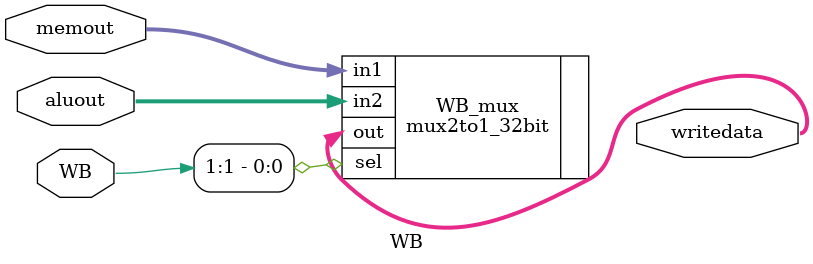
<source format=sv>
`include "Defines.svh"
`include "IDInstDef.svh"
`include "mux2to1_32bit.sv"



module WB(
    input [1:0] WB,                 //WB[1]=MemtoReg,WB[0]=regwrite 
    input [31:0] memout, aluout,
    output logic [31:0] writedata
    //output logic regwrite
);

//assign regwrite = WB[0];


mux2to1_32bit WB_mux(
    .in1(memout),
    .in2(aluout),
    .sel(WB[1]),
    .out(writedata)
);

endmodule







</source>
